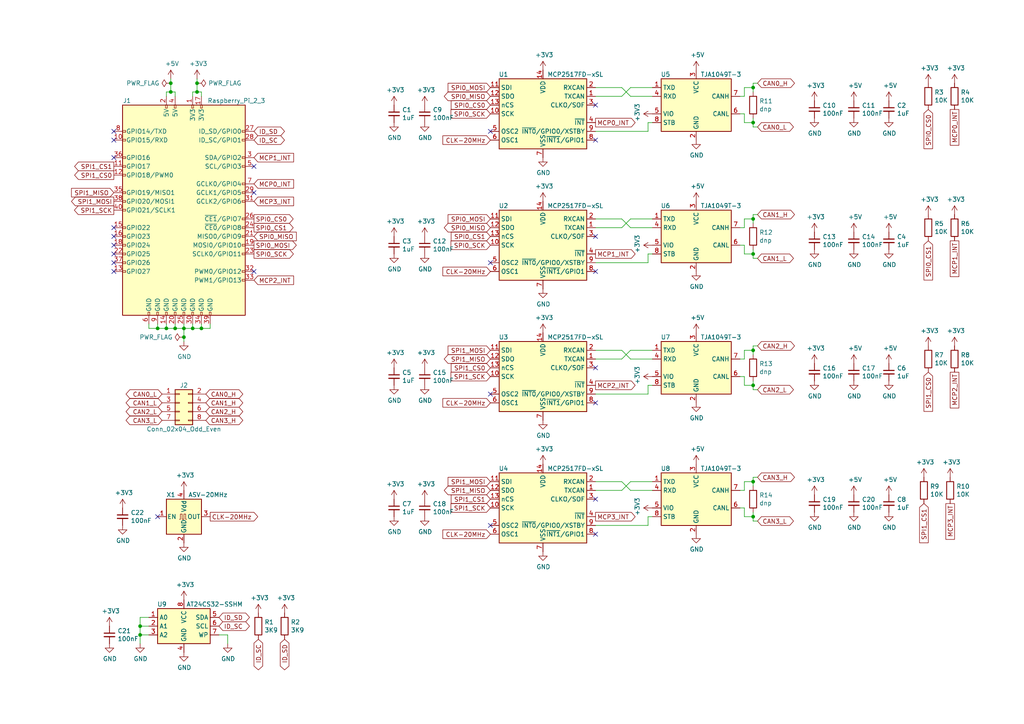
<source format=kicad_sch>
(kicad_sch (version 20231120) (generator "eeschema") (generator_version "8.0")
  (paper "A4")
  (junction (at 53.34 97.79))
  (junction (at 218.44 35.56))
  (junction (at 48.26 95.25))
  (junction (at 40.64 181.61))
  (junction (at 55.88 95.25))
  (junction (at 58.42 95.25))
  (junction (at 218.44 25.4))
  (junction (at 218.44 73.66))
  (junction (at 49.53 26.67))
  (junction (at 49.53 24.13))
  (junction (at 53.34 95.25))
  (junction (at 40.64 184.15))
  (junction (at 57.15 24.13))
  (junction (at 218.44 63.5))
  (junction (at 218.44 111.76))
  (junction (at 50.8 95.25))
  (junction (at 218.44 101.6))
  (junction (at 218.44 139.7))
  (junction (at 57.15 26.67))
  (junction (at 45.72 95.25))
  (junction (at 218.44 149.86))
  (no_connect (at 172.72 116.84))
  (no_connect (at 172.72 30.48))
  (no_connect (at 172.72 68.58))
  (no_connect (at 172.72 106.68))
  (no_connect (at 33.02 38.1))
  (no_connect (at 73.66 78.74))
  (no_connect (at 33.02 45.72))
  (no_connect (at 33.02 78.74))
  (no_connect (at 142.24 152.4))
  (no_connect (at 142.24 76.2))
  (no_connect (at 142.24 114.3))
  (no_connect (at 33.02 40.64))
  (no_connect (at 172.72 78.74))
  (no_connect (at 33.02 76.2))
  (no_connect (at 33.02 66.04))
  (no_connect (at 33.02 68.58))
  (no_connect (at 73.66 48.26))
  (no_connect (at 33.02 71.12))
  (no_connect (at 142.24 38.1))
  (no_connect (at 73.66 55.88))
  (no_connect (at 172.72 154.94))
  (no_connect (at 172.72 40.64))
  (no_connect (at 33.02 73.66))
  (no_connect (at 45.72 149.86))
  (no_connect (at 172.72 144.78))
  (wire (pts (xy 215.9 71.12) (xy 215.9 73.66)))
  (wire (pts (xy 219.71 151.13) (xy 218.44 151.13)))
  (wire (pts (xy 53.34 97.79) (xy 53.34 95.25)))
  (wire (pts (xy 214.63 109.22) (xy 215.9 109.22)))
  (wire (pts (xy 58.42 95.25) (xy 60.96 95.25)))
  (wire (pts (xy 172.72 152.4) (xy 187.96 152.4)))
  (wire (pts (xy 219.71 138.43) (xy 218.44 138.43)))
  (wire (pts (xy 218.44 113.03) (xy 218.44 111.76)))
  (wire (pts (xy 215.9 33.02) (xy 215.9 35.56)))
  (wire (pts (xy 40.64 181.61) (xy 40.64 179.07)))
  (wire (pts (xy 182.88 66.04) (xy 189.23 66.04)))
  (wire (pts (xy 172.72 63.5) (xy 180.34 63.5)))
  (wire (pts (xy 66.04 184.15) (xy 66.04 186.69)))
  (wire (pts (xy 45.72 95.25) (xy 48.26 95.25)))
  (wire (pts (xy 180.34 142.24) (xy 182.88 139.7)))
  (wire (pts (xy 219.71 74.93) (xy 218.44 74.93)))
  (wire (pts (xy 214.63 27.94) (xy 215.9 27.94)))
  (wire (pts (xy 215.9 63.5) (xy 218.44 63.5)))
  (wire (pts (xy 50.8 93.98) (xy 50.8 95.25)))
  (wire (pts (xy 218.44 101.6) (xy 218.44 102.87)))
  (wire (pts (xy 214.63 104.14) (xy 215.9 104.14)))
  (wire (pts (xy 214.63 142.24) (xy 215.9 142.24)))
  (wire (pts (xy 180.34 101.6) (xy 182.88 104.14)))
  (wire (pts (xy 218.44 138.43) (xy 218.44 139.7)))
  (wire (pts (xy 40.64 184.15) (xy 43.18 184.15)))
  (wire (pts (xy 50.8 26.67) (xy 50.8 27.94)))
  (wire (pts (xy 58.42 26.67) (xy 58.42 27.94)))
  (wire (pts (xy 187.96 111.76) (xy 187.96 114.3)))
  (wire (pts (xy 57.15 26.67) (xy 58.42 26.67)))
  (wire (pts (xy 63.5 184.15) (xy 66.04 184.15)))
  (wire (pts (xy 43.18 93.98) (xy 43.18 95.25)))
  (wire (pts (xy 219.71 24.13) (xy 218.44 24.13)))
  (wire (pts (xy 218.44 73.66) (xy 218.44 72.39)))
  (wire (pts (xy 58.42 93.98) (xy 58.42 95.25)))
  (wire (pts (xy 214.63 33.02) (xy 215.9 33.02)))
  (wire (pts (xy 45.72 93.98) (xy 45.72 95.25)))
  (wire (pts (xy 182.88 27.94) (xy 189.23 27.94)))
  (wire (pts (xy 180.34 25.4) (xy 182.88 27.94)))
  (wire (pts (xy 172.72 142.24) (xy 180.34 142.24)))
  (wire (pts (xy 172.72 27.94) (xy 180.34 27.94)))
  (wire (pts (xy 187.96 73.66) (xy 187.96 76.2)))
  (wire (pts (xy 215.9 35.56) (xy 218.44 35.56)))
  (wire (pts (xy 215.9 139.7) (xy 218.44 139.7)))
  (wire (pts (xy 219.71 100.33) (xy 218.44 100.33)))
  (wire (pts (xy 182.88 142.24) (xy 189.23 142.24)))
  (wire (pts (xy 172.72 114.3) (xy 187.96 114.3)))
  (wire (pts (xy 43.18 95.25) (xy 45.72 95.25)))
  (wire (pts (xy 48.26 26.67) (xy 49.53 26.67)))
  (wire (pts (xy 182.88 101.6) (xy 189.23 101.6)))
  (wire (pts (xy 187.96 35.56) (xy 187.96 38.1)))
  (wire (pts (xy 182.88 104.14) (xy 189.23 104.14)))
  (wire (pts (xy 215.9 25.4) (xy 218.44 25.4)))
  (wire (pts (xy 40.64 184.15) (xy 40.64 181.61)))
  (wire (pts (xy 40.64 186.69) (xy 40.64 184.15)))
  (wire (pts (xy 172.72 101.6) (xy 180.34 101.6)))
  (wire (pts (xy 182.88 139.7) (xy 189.23 139.7)))
  (wire (pts (xy 55.88 26.67) (xy 57.15 26.67)))
  (wire (pts (xy 218.44 111.76) (xy 218.44 110.49)))
  (wire (pts (xy 187.96 149.86) (xy 189.23 149.86)))
  (wire (pts (xy 218.44 25.4) (xy 218.44 26.67)))
  (wire (pts (xy 172.72 25.4) (xy 180.34 25.4)))
  (wire (pts (xy 218.44 24.13) (xy 218.44 25.4)))
  (wire (pts (xy 215.9 109.22) (xy 215.9 111.76)))
  (wire (pts (xy 172.72 104.14) (xy 180.34 104.14)))
  (wire (pts (xy 182.88 63.5) (xy 189.23 63.5)))
  (wire (pts (xy 215.9 147.32) (xy 215.9 149.86)))
  (wire (pts (xy 180.34 104.14) (xy 182.88 101.6)))
  (wire (pts (xy 215.9 104.14) (xy 215.9 101.6)))
  (wire (pts (xy 57.15 24.13) (xy 57.15 22.86)))
  (wire (pts (xy 180.34 27.94) (xy 182.88 25.4)))
  (wire (pts (xy 218.44 62.23) (xy 218.44 63.5)))
  (wire (pts (xy 180.34 63.5) (xy 182.88 66.04)))
  (wire (pts (xy 218.44 35.56) (xy 218.44 34.29)))
  (wire (pts (xy 215.9 142.24) (xy 215.9 139.7)))
  (wire (pts (xy 172.72 76.2) (xy 187.96 76.2)))
  (wire (pts (xy 40.64 179.07) (xy 43.18 179.07)))
  (wire (pts (xy 60.96 95.25) (xy 60.96 93.98)))
  (wire (pts (xy 218.44 149.86) (xy 218.44 148.59)))
  (wire (pts (xy 180.34 139.7) (xy 182.88 142.24)))
  (wire (pts (xy 215.9 27.94) (xy 215.9 25.4)))
  (wire (pts (xy 49.53 24.13) (xy 49.53 22.86)))
  (wire (pts (xy 218.44 74.93) (xy 218.44 73.66)))
  (wire (pts (xy 215.9 149.86) (xy 218.44 149.86)))
  (wire (pts (xy 187.96 111.76) (xy 189.23 111.76)))
  (wire (pts (xy 214.63 66.04) (xy 215.9 66.04)))
  (wire (pts (xy 49.53 26.67) (xy 50.8 26.67)))
  (wire (pts (xy 53.34 95.25) (xy 53.34 93.98)))
  (wire (pts (xy 187.96 149.86) (xy 187.96 152.4)))
  (wire (pts (xy 53.34 95.25) (xy 55.88 95.25)))
  (wire (pts (xy 214.63 147.32) (xy 215.9 147.32)))
  (wire (pts (xy 215.9 73.66) (xy 218.44 73.66)))
  (wire (pts (xy 215.9 101.6) (xy 218.44 101.6)))
  (wire (pts (xy 57.15 26.67) (xy 57.15 24.13)))
  (wire (pts (xy 172.72 66.04) (xy 180.34 66.04)))
  (wire (pts (xy 218.44 151.13) (xy 218.44 149.86)))
  (wire (pts (xy 187.96 35.56) (xy 189.23 35.56)))
  (wire (pts (xy 49.53 26.67) (xy 49.53 24.13)))
  (wire (pts (xy 219.71 113.03) (xy 218.44 113.03)))
  (wire (pts (xy 53.34 99.06) (xy 53.34 97.79)))
  (wire (pts (xy 50.8 95.25) (xy 53.34 95.25)))
  (wire (pts (xy 55.88 95.25) (xy 58.42 95.25)))
  (wire (pts (xy 214.63 71.12) (xy 215.9 71.12)))
  (wire (pts (xy 218.44 36.83) (xy 218.44 35.56)))
  (wire (pts (xy 215.9 111.76) (xy 218.44 111.76)))
  (wire (pts (xy 218.44 139.7) (xy 218.44 140.97)))
  (wire (pts (xy 55.88 93.98) (xy 55.88 95.25)))
  (wire (pts (xy 180.34 66.04) (xy 182.88 63.5)))
  (wire (pts (xy 218.44 100.33) (xy 218.44 101.6)))
  (wire (pts (xy 48.26 27.94) (xy 48.26 26.67)))
  (wire (pts (xy 172.72 38.1) (xy 187.96 38.1)))
  (wire (pts (xy 40.64 181.61) (xy 43.18 181.61)))
  (wire (pts (xy 215.9 66.04) (xy 215.9 63.5)))
  (wire (pts (xy 55.88 27.94) (xy 55.88 26.67)))
  (wire (pts (xy 219.71 62.23) (xy 218.44 62.23)))
  (wire (pts (xy 187.96 73.66) (xy 189.23 73.66)))
  (wire (pts (xy 172.72 139.7) (xy 180.34 139.7)))
  (wire (pts (xy 219.71 36.83) (xy 218.44 36.83)))
  (wire (pts (xy 48.26 95.25) (xy 50.8 95.25)))
  (wire (pts (xy 48.26 93.98) (xy 48.26 95.25)))
  (wire (pts (xy 182.88 25.4) (xy 189.23 25.4)))
  (wire (pts (xy 218.44 63.5) (xy 218.44 64.77)))
  (global_label "ID_SC" (shape bidirectional) (at 73.66 40.64 0) (property "Intersheetrefs" "${INTERSHEET_REFS}" (effects (hide yes))))
  (global_label "CAN1_H" (shape bidirectional) (at 219.71 62.23 0) (property "Intersheetrefs" "${INTERSHEET_REFS}" (effects (hide yes))))
  (global_label "SPI1_SCK" (shape input) (at 142.24 109.22 180) (property "Intersheetrefs" "${INTERSHEET_REFS}" (effects (hide yes))))
  (global_label "CLK-20MHz" (shape input) (at 142.24 116.84 180) (property "Intersheetrefs" "${INTERSHEET_REFS}" (effects (hide yes))))
  (global_label "MCP1_INT" (shape input) (at 73.66 45.72 0) (property "Intersheetrefs" "${INTERSHEET_REFS}" (effects (hide yes))))
  (global_label "SPI0_CS0" (shape input) (at 142.24 30.48 180) (property "Intersheetrefs" "${INTERSHEET_REFS}" (effects (hide yes))))
  (global_label "SPI1_CS1" (shape input) (at 267.97 146.05 270) (property "Intersheetrefs" "${INTERSHEET_REFS}" (effects (hide yes))))
  (global_label "ID_SC" (shape bidirectional) (at 63.5 181.61 0) (property "Intersheetrefs" "${INTERSHEET_REFS}" (effects (hide yes))))
  (global_label "MCP1_INT" (shape passive) (at 276.86 69.85 270) (property "Intersheetrefs" "${INTERSHEET_REFS}" (effects (hide yes))))
  (global_label "MCP2_INT" (shape input) (at 73.66 81.28 0) (property "Intersheetrefs" "${INTERSHEET_REFS}" (effects (hide yes))))
  (global_label "CAN2_H" (shape bidirectional) (at 59.69 119.38 0) (property "Intersheetrefs" "${INTERSHEET_REFS}" (effects (hide yes))))
  (global_label "SPI1_CS0" (shape output) (at 33.02 50.8 180) (property "Intersheetrefs" "${INTERSHEET_REFS}" (effects (hide yes))))
  (global_label "SPI0_CS0" (shape output) (at 73.66 63.5 0) (property "Intersheetrefs" "${INTERSHEET_REFS}" (effects (hide yes))))
  (global_label "CAN0_L" (shape bidirectional) (at 46.99 114.3 180) (property "Intersheetrefs" "${INTERSHEET_REFS}" (effects (hide yes))))
  (global_label "SPI1_CS1" (shape input) (at 142.24 144.78 180) (property "Intersheetrefs" "${INTERSHEET_REFS}" (effects (hide yes))))
  (global_label "SPI1_MOSI" (shape input) (at 142.24 139.7 180) (property "Intersheetrefs" "${INTERSHEET_REFS}" (effects (hide yes))))
  (global_label "MCP3_INT" (shape input) (at 73.66 58.42 0) (property "Intersheetrefs" "${INTERSHEET_REFS}" (effects (hide yes))))
  (global_label "SPI0_CS1" (shape input) (at 142.24 68.58 180) (property "Intersheetrefs" "${INTERSHEET_REFS}" (effects (hide yes))))
  (global_label "MCP2_INT" (shape output) (at 172.72 111.76 0) (property "Intersheetrefs" "${INTERSHEET_REFS}" (effects (hide yes))))
  (global_label "SPI1_SCK" (shape output) (at 33.02 60.96 180) (property "Intersheetrefs" "${INTERSHEET_REFS}" (effects (hide yes))))
  (global_label "ID_SD" (shape bidirectional) (at 82.55 185.42 270) (property "Intersheetrefs" "${INTERSHEET_REFS}" (effects (hide yes))))
  (global_label "SPI1_CS0" (shape input) (at 269.24 107.95 270) (property "Intersheetrefs" "${INTERSHEET_REFS}" (effects (hide yes))))
  (global_label "MCP1_INT" (shape output) (at 172.72 73.66 0) (property "Intersheetrefs" "${INTERSHEET_REFS}" (effects (hide yes))))
  (global_label "CAN2_L" (shape bidirectional) (at 219.71 113.03 0) (property "Intersheetrefs" "${INTERSHEET_REFS}" (effects (hide yes))))
  (global_label "CAN3_L" (shape bidirectional) (at 219.71 151.13 0) (property "Intersheetrefs" "${INTERSHEET_REFS}" (effects (hide yes))))
  (global_label "SPI0_SCK" (shape output) (at 73.66 73.66 0) (property "Intersheetrefs" "${INTERSHEET_REFS}" (effects (hide yes))))
  (global_label "SPI0_MISO" (shape bidirectional) (at 142.24 27.94 180) (property "Intersheetrefs" "${INTERSHEET_REFS}" (effects (hide yes))))
  (global_label "MCP0_INT" (shape input) (at 73.66 53.34 0) (property "Intersheetrefs" "${INTERSHEET_REFS}" (effects (hide yes))))
  (global_label "ID_SD" (shape bidirectional) (at 73.66 38.1 0) (property "Intersheetrefs" "${INTERSHEET_REFS}" (effects (hide yes))))
  (global_label "MCP2_INT" (shape passive) (at 276.86 107.95 270) (property "Intersheetrefs" "${INTERSHEET_REFS}" (effects (hide yes))))
  (global_label "CAN2_H" (shape bidirectional) (at 219.71 100.33 0) (property "Intersheetrefs" "${INTERSHEET_REFS}" (effects (hide yes))))
  (global_label "ID_SD" (shape bidirectional) (at 63.5 179.07 0) (property "Intersheetrefs" "${INTERSHEET_REFS}" (effects (hide yes))))
  (global_label "SPI1_CS0" (shape input) (at 142.24 106.68 180) (property "Intersheetrefs" "${INTERSHEET_REFS}" (effects (hide yes))))
  (global_label "CAN3_H" (shape bidirectional) (at 219.71 138.43 0) (property "Intersheetrefs" "${INTERSHEET_REFS}" (effects (hide yes))))
  (global_label "SPI0_MISO" (shape input) (at 73.66 68.58 0) (property "Intersheetrefs" "${INTERSHEET_REFS}" (effects (hide yes))))
  (global_label "SPI1_CS1" (shape output) (at 33.02 48.26 180) (property "Intersheetrefs" "${INTERSHEET_REFS}" (effects (hide yes))))
  (global_label "CAN2_L" (shape bidirectional) (at 46.99 119.38 180) (property "Intersheetrefs" "${INTERSHEET_REFS}" (effects (hide yes))))
  (global_label "SPI0_MOSI" (shape output) (at 73.66 71.12 0) (property "Intersheetrefs" "${INTERSHEET_REFS}" (effects (hide yes))))
  (global_label "ID_SC" (shape bidirectional) (at 74.93 185.42 270) (property "Intersheetrefs" "${INTERSHEET_REFS}" (effects (hide yes))))
  (global_label "CAN1_L" (shape bidirectional) (at 46.99 116.84 180) (property "Intersheetrefs" "${INTERSHEET_REFS}" (effects (hide yes))))
  (global_label "SPI1_MISO" (shape bidirectional) (at 142.24 104.14 180) (property "Intersheetrefs" "${INTERSHEET_REFS}" (effects (hide yes))))
  (global_label "CLK-20MHz" (shape input) (at 142.24 78.74 180) (property "Intersheetrefs" "${INTERSHEET_REFS}" (effects (hide yes))))
  (global_label "MCP3_INT" (shape output) (at 172.72 149.86 0) (property "Intersheetrefs" "${INTERSHEET_REFS}" (effects (hide yes))))
  (global_label "SPI1_MOSI" (shape input) (at 142.24 101.6 180) (property "Intersheetrefs" "${INTERSHEET_REFS}" (effects (hide yes))))
  (global_label "CAN0_H" (shape bidirectional) (at 59.69 114.3 0) (property "Intersheetrefs" "${INTERSHEET_REFS}" (effects (hide yes))))
  (global_label "CLK-20MHz" (shape input) (at 142.24 40.64 180) (property "Intersheetrefs" "${INTERSHEET_REFS}" (effects (hide yes))))
  (global_label "SPI1_MISO" (shape bidirectional) (at 142.24 142.24 180) (property "Intersheetrefs" "${INTERSHEET_REFS}" (effects (hide yes))))
  (global_label "CLK-20MHz" (shape output) (at 60.96 149.86 0) (property "Intersheetrefs" "${INTERSHEET_REFS}" (effects (hide yes))))
  (global_label "SPI1_MOSI" (shape output) (at 33.02 58.42 180) (property "Intersheetrefs" "${INTERSHEET_REFS}" (effects (hide yes))))
  (global_label "MCP0_INT" (shape passive) (at 276.86 31.75 270) (property "Intersheetrefs" "${INTERSHEET_REFS}" (effects (hide yes))))
  (global_label "CAN0_H" (shape bidirectional) (at 219.71 24.13 0) (property "Intersheetrefs" "${INTERSHEET_REFS}" (effects (hide yes))))
  (global_label "CAN0_L" (shape bidirectional) (at 219.71 36.83 0) (property "Intersheetrefs" "${INTERSHEET_REFS}" (effects (hide yes))))
  (global_label "MCP0_INT" (shape output) (at 172.72 35.56 0) (property "Intersheetrefs" "${INTERSHEET_REFS}" (effects (hide yes))))
  (global_label "CAN1_H" (shape bidirectional) (at 59.69 116.84 0) (property "Intersheetrefs" "${INTERSHEET_REFS}" (effects (hide yes))))
  (global_label "CAN3_H" (shape bidirectional) (at 59.69 121.92 0) (property "Intersheetrefs" "${INTERSHEET_REFS}" (effects (hide yes))))
  (global_label "SPI0_SCK" (shape input) (at 142.24 33.02 180) (property "Intersheetrefs" "${INTERSHEET_REFS}" (effects (hide yes))))
  (global_label "SPI0_MOSI" (shape input) (at 142.24 25.4 180) (property "Intersheetrefs" "${INTERSHEET_REFS}" (effects (hide yes))))
  (global_label "SPI0_MISO" (shape bidirectional) (at 142.24 66.04 180) (property "Intersheetrefs" "${INTERSHEET_REFS}" (effects (hide yes))))
  (global_label "SPI0_CS1" (shape input) (at 269.24 69.85 270) (property "Intersheetrefs" "${INTERSHEET_REFS}" (effects (hide yes))))
  (global_label "SPI1_MISO" (shape input) (at 33.02 55.88 180) (property "Intersheetrefs" "${INTERSHEET_REFS}" (effects (hide yes))))
  (global_label "MCP3_INT" (shape passive) (at 275.59 146.05 270) (property "Intersheetrefs" "${INTERSHEET_REFS}" (effects (hide yes))))
  (global_label "SPI0_CS1" (shape output) (at 73.66 66.04 0) (property "Intersheetrefs" "${INTERSHEET_REFS}" (effects (hide yes))))
  (global_label "CLK-20MHz" (shape input) (at 142.24 154.94 180) (property "Intersheetrefs" "${INTERSHEET_REFS}" (effects (hide yes))))
  (global_label "CAN3_L" (shape bidirectional) (at 46.99 121.92 180) (property "Intersheetrefs" "${INTERSHEET_REFS}" (effects (hide yes))))
  (global_label "CAN1_L" (shape bidirectional) (at 219.71 74.93 0) (property "Intersheetrefs" "${INTERSHEET_REFS}" (effects (hide yes))))
  (global_label "SPI0_MOSI" (shape input) (at 142.24 63.5 180) (property "Intersheetrefs" "${INTERSHEET_REFS}" (effects (hide yes))))
  (global_label "SPI0_CS0" (shape input) (at 269.24 31.75 270) (property "Intersheetrefs" "${INTERSHEET_REFS}" (effects (hide yes))))
  (global_label "SPI1_SCK" (shape input) (at 142.24 147.32 180) (property "Intersheetrefs" "${INTERSHEET_REFS}" (effects (hide yes))))
  (global_label "SPI0_SCK" (shape input) (at 142.24 71.12 180) (property "Intersheetrefs" "${INTERSHEET_REFS}" (effects (hide yes))))
  (symbol (lib_id "Interface_CAN_LIN:TJA1049T-3") (at 201.93 30.48 0) (unit 1)
    (property "Reference" "U5" (at 193.04 21.59 0))
    (property "Value" "TJA1049T-3" (at 203.2 21.59 0) (effects (justify left)))
    (property "Footprint" "Package_SO:SOIC-8_3.9x4.9mm_P1.27mm" (effects (hide yes)))
    (property "Datasheet" "http://www.nxp.com/documents/data_sheet/TJA1049.pdf" (effects (hide yes)))
  )
  (symbol (lib_id "Device:C_Small") (at 236.22 31.75 0) (unit 1)
    (property "Reference" "C10" (at 238.5568 30.5816 0) (effects (justify left)))
    (property "Value" "100nF" (at 238.5568 32.893 0) (effects (justify left)))
    (property "Footprint" "Capacitor_SMD:C_0603_1608Metric" (effects (hide yes)))
  )
  (symbol (lib_id "QuadCAN-FD-rescue:+3V3-power") (at 236.22 29.21 0) (unit 1)
    (property "Reference" "#PWR0120" (effects (hide yes)))
    (property "Value" "+3V3" (at 236.601 24.8158 0))
  )
  (symbol (lib_id "QuadCAN-FD-rescue:GND-power") (at 236.22 34.29 0) (unit 1)
    (property "Reference" "#PWR0121" (effects (hide yes)))
    (property "Value" "GND" (at 236.347 38.6842 0))
  )
  (symbol (lib_id "QuadCAN-FD-rescue:+3V3-power") (at 189.23 33.02 90) (unit 1)
    (property "Reference" "#PWR0122" (effects (hide yes)))
    (property "Value" "+3V3" (at 184.8358 32.639 0))
  )
  (symbol (lib_id "QuadCAN-FD-rescue:GND-power") (at 201.93 40.64 0) (unit 1)
    (property "Reference" "#PWR0123" (effects (hide yes)))
    (property "Value" "GND" (at 202.057 45.0342 0))
  )
  (symbol (lib_id "QuadCAN-FD-rescue:+5V-power") (at 201.93 20.32 0) (unit 1)
    (property "Reference" "#PWR0125" (effects (hide yes)))
    (property "Value" "+5V" (at 202.311 15.9258 0))
  )
  (symbol (lib_id "Device:C_Small") (at 247.65 31.75 0) (unit 1)
    (property "Reference" "C11" (at 249.9868 30.5816 0) (effects (justify left)))
    (property "Value" "100nF" (at 249.9868 32.893 0) (effects (justify left)))
    (property "Footprint" "Capacitor_SMD:C_0603_1608Metric" (effects (hide yes)))
  )
  (symbol (lib_id "QuadCAN-FD-rescue:GND-power") (at 247.65 34.29 0) (unit 1)
    (property "Reference" "#PWR0126" (effects (hide yes)))
    (property "Value" "GND" (at 247.777 38.6842 0))
  )
  (symbol (lib_id "QuadCAN-FD-rescue:+5V-power") (at 247.65 29.21 0) (unit 1)
    (property "Reference" "#PWR0127" (effects (hide yes)))
    (property "Value" "+5V" (at 248.031 24.8158 0))
  )
  (symbol (lib_id "Device:C_Small") (at 257.81 31.75 0) (unit 1)
    (property "Reference" "C2" (at 260.1468 30.5816 0) (effects (justify left)))
    (property "Value" "1uF" (at 260.1468 32.893 0) (effects (justify left)))
    (property "Footprint" "Capacitor_SMD:C_0603_1608Metric" (effects (hide yes)))
  )
  (symbol (lib_id "QuadCAN-FD-rescue:GND-power") (at 257.81 34.29 0) (unit 1)
    (property "Reference" "#PWR0128" (effects (hide yes)))
    (property "Value" "GND" (at 257.937 38.6842 0))
  )
  (symbol (lib_id "QuadCAN-FD-rescue:+5V-power") (at 257.81 29.21 0) (unit 1)
    (property "Reference" "#PWR0129" (effects (hide yes)))
    (property "Value" "+5V" (at 258.191 24.8158 0))
  )
  (symbol (lib_id "QuadCAN-FD-rescue:Raspberry_Pi_2_3-Connector") (at 53.34 60.96 0) (unit 1)
    (property "Reference" "J1" (at 36.83 29.21 0))
    (property "Value" "Raspberry_Pi_2_3" (at 68.58 29.21 0))
    (property "Footprint" "Connector_PinHeader_2.54mm:PinHeader_2x20_P2.54mm_Vertical" (effects (hide yes)))
    (property "Datasheet" "https://www.raspberrypi.org/documentation/hardware/raspberrypi/schematics/rpi_SCH_3bplus_1p0_reduced.pdf" (effects (hide yes)))
  )
  (symbol (lib_id "QuadCAN-FD-rescue:+5V-power") (at 49.53 22.86 0) (unit 1)
    (property "Reference" "#PWR0101" (effects (hide yes)))
    (property "Value" "+5V" (at 49.911 18.4658 0))
  )
  (symbol (lib_id "QuadCAN-FD-rescue:+3V3-power") (at 57.15 22.86 0) (unit 1)
    (property "Reference" "#PWR0102" (effects (hide yes)))
    (property "Value" "+3V3" (at 57.531 18.4658 0))
  )
  (symbol (lib_id "QuadCAN-FD-rescue:PWR_FLAG-power") (at 49.53 24.13 90) (unit 1)
    (property "Reference" "#FLG0101" (effects (hide yes)))
    (property "Value" "PWR_FLAG" (at 46.2788 24.13 90) (effects (justify left)))
  )
  (symbol (lib_id "QuadCAN-FD-rescue:PWR_FLAG-power") (at 57.15 24.13 270) (unit 1)
    (property "Reference" "#FLG0102" (effects (hide yes)))
    (property "Value" "PWR_FLAG" (at 60.4012 24.13 90) (effects (justify left)))
  )
  (symbol (lib_id "QuadCAN-FD-rescue:GND-power") (at 53.34 99.06 0) (unit 1)
    (property "Reference" "#PWR0103" (effects (hide yes)))
    (property "Value" "GND" (at 53.467 103.4542 0))
  )
  (symbol (lib_id "QuadCAN-FD-rescue:PWR_FLAG-power") (at 53.34 97.79 90) (unit 1)
    (property "Reference" "#FLG0103" (effects (hide yes)))
    (property "Value" "PWR_FLAG" (at 50.0888 97.79 90) (effects (justify left)))
  )
  (symbol (lib_id "QuadCAN-FD-rescue:MCP2517FD-xSL-Interface_CAN_LIN") (at 157.48 33.02 0) (unit 1)
    (property "Reference" "U1" (at 146.05 21.59 0))
    (property "Value" "MCP2517FD-xSL" (at 158.75 21.59 0) (effects (justify left)))
    (property "Footprint" "Package_SO:SOIC-14_3.9x8.7mm_P1.27mm" (effects (hide yes)))
    (property "Datasheet" "https://ww1.microchip.com/downloads/en/DeviceDoc/20005688A.pdf" (effects (hide yes)))
  )
  (symbol (lib_id "QuadCAN-FD-rescue:+3V3-power") (at 157.48 20.32 0) (unit 1)
    (property "Reference" "#PWR0104" (effects (hide yes)))
    (property "Value" "+3V3" (at 157.861 15.9258 0))
  )
  (symbol (lib_id "QuadCAN-FD-rescue:GND-power") (at 157.48 45.72 0) (unit 1)
    (property "Reference" "#PWR0105" (effects (hide yes)))
    (property "Value" "GND" (at 157.607 50.1142 0))
  )
  (symbol (lib_id "Oscillator:ASV-xxxMHz") (at 53.34 149.86 0) (unit 1)
    (property "Reference" "X1" (at 48.26 143.51 0) (effects (justify left)))
    (property "Value" "ASV-20MHz" (at 54.61 143.51 0) (effects (justify left)))
    (property "Footprint" "Oscillator:Oscillator_SMD_Abracon_ASV-4Pin_7.0x5.1mm" (effects (hide yes)))
    (property "Datasheet" "http://www.abracon.com/Oscillators/ASV.pdf" (effects (hide yes)))
  )
  (symbol (lib_id "QuadCAN-FD-rescue:+3V3-power") (at 53.34 142.24 0) (unit 1)
    (property "Reference" "#PWR0106" (effects (hide yes)))
    (property "Value" "+3V3" (at 53.721 137.8458 0))
  )
  (symbol (lib_id "QuadCAN-FD-rescue:GND-power") (at 53.34 157.48 0) (unit 1)
    (property "Reference" "#PWR0107" (effects (hide yes)))
    (property "Value" "GND" (at 53.467 161.8742 0))
  )
  (symbol (lib_id "Device:C_Small") (at 31.75 184.15 0) (unit 1)
    (property "Reference" "C21" (at 34.0868 182.9816 0) (effects (justify left)))
    (property "Value" "100nF" (at 34.0868 185.293 0) (effects (justify left)))
    (property "Footprint" "Capacitor_SMD:C_0603_1608Metric" (effects (hide yes)))
  )
  (symbol (lib_id "QuadCAN-FD-rescue:+3V3-power") (at 31.75 181.61 0) (unit 1)
    (property "Reference" "#PWR0108" (effects (hide yes)))
    (property "Value" "+3V3" (at 32.131 177.2158 0))
  )
  (symbol (lib_id "QuadCAN-FD-rescue:GND-power") (at 31.75 186.69 0) (unit 1)
    (property "Reference" "#PWR0109" (effects (hide yes)))
    (property "Value" "GND" (at 31.877 191.0842 0))
  )
  (symbol (lib_id "QuadCAN-FD-rescue:MCP2517FD-xSL-Interface_CAN_LIN") (at 157.48 71.12 0) (unit 1)
    (property "Reference" "U2" (at 146.05 59.69 0))
    (property "Value" "MCP2517FD-xSL" (at 158.75 59.69 0) (effects (justify left)))
    (property "Footprint" "Package_SO:SOIC-14_3.9x8.7mm_P1.27mm" (effects (hide yes)))
    (property "Datasheet" "https://ww1.microchip.com/downloads/en/DeviceDoc/20005688A.pdf" (effects (hide yes)))
  )
  (symbol (lib_id "QuadCAN-FD-rescue:+3V3-power") (at 157.48 58.42 0) (unit 1)
    (property "Reference" "#PWR0130" (effects (hide yes)))
    (property "Value" "+3V3" (at 157.861 54.0258 0))
  )
  (symbol (lib_id "QuadCAN-FD-rescue:GND-power") (at 157.48 83.82 0) (unit 1)
    (property "Reference" "#PWR0131" (effects (hide yes)))
    (property "Value" "GND" (at 157.607 88.2142 0))
  )
  (symbol (lib_id "Device:C_Small") (at 123.19 71.12 0) (unit 1)
    (property "Reference" "C12" (at 125.5268 69.9516 0) (effects (justify left)))
    (property "Value" "100nF" (at 125.5268 72.263 0) (effects (justify left)))
    (property "Footprint" "Capacitor_SMD:C_0603_1608Metric" (effects (hide yes)))
  )
  (symbol (lib_id "QuadCAN-FD-rescue:+3V3-power") (at 123.19 68.58 0) (unit 1)
    (property "Reference" "#PWR0132" (effects (hide yes)))
    (property "Value" "+3V3" (at 123.571 64.1858 0))
  )
  (symbol (lib_id "QuadCAN-FD-rescue:GND-power") (at 123.19 73.66 0) (unit 1)
    (property "Reference" "#PWR0133" (effects (hide yes)))
    (property "Value" "GND" (at 123.317 78.0542 0))
  )
  (symbol (lib_id "Interface_CAN_LIN:TJA1049T-3") (at 201.93 68.58 0) (unit 1)
    (property "Reference" "U6" (at 193.04 59.69 0))
    (property "Value" "TJA1049T-3" (at 203.2 59.69 0) (effects (justify left)))
    (property "Footprint" "Package_SO:SOIC-8_3.9x4.9mm_P1.27mm" (effects (hide yes)))
    (property "Datasheet" "http://www.nxp.com/documents/data_sheet/TJA1049.pdf" (effects (hide yes)))
  )
  (symbol (lib_id "Device:C_Small") (at 236.22 69.85 0) (unit 1)
    (property "Reference" "C13" (at 238.5568 68.6816 0) (effects (justify left)))
    (property "Value" "100nF" (at 238.5568 70.993 0) (effects (justify left)))
    (property "Footprint" "Capacitor_SMD:C_0603_1608Metric" (effects (hide yes)))
  )
  (symbol (lib_id "QuadCAN-FD-rescue:+3V3-power") (at 236.22 67.31 0) (unit 1)
    (property "Reference" "#PWR0134" (effects (hide yes)))
    (property "Value" "+3V3" (at 236.601 62.9158 0))
  )
  (symbol (lib_id "QuadCAN-FD-rescue:GND-power") (at 236.22 72.39 0) (unit 1)
    (property "Reference" "#PWR0135" (effects (hide yes)))
    (property "Value" "GND" (at 236.347 76.7842 0))
  )
  (symbol (lib_id "QuadCAN-FD-rescue:+3V3-power") (at 189.23 71.12 90) (unit 1)
    (property "Reference" "#PWR0136" (effects (hide yes)))
    (property "Value" "+3V3" (at 184.8358 70.739 0))
  )
  (symbol (lib_id "QuadCAN-FD-rescue:GND-power") (at 201.93 78.74 0) (unit 1)
    (property "Reference" "#PWR0137" (effects (hide yes)))
    (property "Value" "GND" (at 202.057 83.1342 0))
  )
  (symbol (lib_id "QuadCAN-FD-rescue:+5V-power") (at 201.93 58.42 0) (unit 1)
    (property "Reference" "#PWR0139" (effects (hide yes)))
    (property "Value" "+5V" (at 202.311 54.0258 0))
  )
  (symbol (lib_id "Device:C_Small") (at 247.65 69.85 0) (unit 1)
    (property "Reference" "C14" (at 249.9868 68.6816 0) (effects (justify left)))
    (property "Value" "100nF" (at 249.9868 70.993 0) (effects (justify left)))
    (property "Footprint" "Capacitor_SMD:C_0603_1608Metric" (effects (hide yes)))
  )
  (symbol (lib_id "QuadCAN-FD-rescue:GND-power") (at 247.65 72.39 0) (unit 1)
    (property "Reference" "#PWR0140" (effects (hide yes)))
    (property "Value" "GND" (at 247.777 76.7842 0))
  )
  (symbol (lib_id "QuadCAN-FD-rescue:+5V-power") (at 247.65 67.31 0) (unit 1)
    (property "Reference" "#PWR0141" (effects (hide yes)))
    (property "Value" "+5V" (at 248.031 62.9158 0))
  )
  (symbol (lib_id "Device:C_Small") (at 257.81 69.85 0) (unit 1)
    (property "Reference" "C4" (at 260.1468 68.6816 0) (effects (justify left)))
    (property "Value" "1uF" (at 260.1468 70.993 0) (effects (justify left)))
    (property "Footprint" "Capacitor_SMD:C_0603_1608Metric" (effects (hide yes)))
  )
  (symbol (lib_id "QuadCAN-FD-rescue:GND-power") (at 257.81 72.39 0) (unit 1)
    (property "Reference" "#PWR0142" (effects (hide yes)))
    (property "Value" "GND" (at 257.937 76.7842 0))
  )
  (symbol (lib_id "QuadCAN-FD-rescue:+5V-power") (at 257.81 67.31 0) (unit 1)
    (property "Reference" "#PWR0143" (effects (hide yes)))
    (property "Value" "+5V" (at 258.191 62.9158 0))
  )
  (symbol (lib_id "Device:C_Small") (at 114.3 33.02 0) (unit 1)
    (property "Reference" "C1" (at 116.6368 31.8516 0) (effects (justify left)))
    (property "Value" "1uF" (at 116.6368 34.163 0) (effects (justify left)))
    (property "Footprint" "Capacitor_SMD:C_0603_1608Metric" (effects (hide yes)))
  )
  (symbol (lib_id "QuadCAN-FD-rescue:+3V3-power") (at 114.3 30.48 0) (unit 1)
    (property "Reference" "#PWR0110" (effects (hide yes)))
    (property "Value" "+3V3" (at 114.681 26.0858 0))
  )
  (symbol (lib_id "QuadCAN-FD-rescue:GND-power") (at 114.3 35.56 0) (unit 1)
    (property "Reference" "#PWR0111" (effects (hide yes)))
    (property "Value" "GND" (at 114.427 39.9542 0))
  )
  (symbol (lib_id "Device:C_Small") (at 114.3 71.12 0) (unit 1)
    (property "Reference" "C3" (at 116.6368 69.9516 0) (effects (justify left)))
    (property "Value" "1uF" (at 116.6368 72.263 0) (effects (justify left)))
    (property "Footprint" "Capacitor_SMD:C_0603_1608Metric" (effects (hide yes)))
  )
  (symbol (lib_id "QuadCAN-FD-rescue:+3V3-power") (at 114.3 68.58 0) (unit 1)
    (property "Reference" "#PWR0112" (effects (hide yes)))
    (property "Value" "+3V3" (at 114.681 64.1858 0))
  )
  (symbol (lib_id "QuadCAN-FD-rescue:GND-power") (at 114.3 73.66 0) (unit 1)
    (property "Reference" "#PWR0113" (effects (hide yes)))
    (property "Value" "GND" (at 114.427 78.0542 0))
  )
  (symbol (lib_id "Device:C_Small") (at 114.3 109.22 0) (unit 1)
    (property "Reference" "C5" (at 116.6368 108.0516 0) (effects (justify left)))
    (property "Value" "1uF" (at 116.6368 110.363 0) (effects (justify left)))
    (property "Footprint" "Capacitor_SMD:C_0603_1608Metric" (effects (hide yes)))
  )
  (symbol (lib_id "QuadCAN-FD-rescue:+3V3-power") (at 114.3 106.68 0) (unit 1)
    (property "Reference" "#PWR0114" (effects (hide yes)))
    (property "Value" "+3V3" (at 114.681 102.2858 0))
  )
  (symbol (lib_id "QuadCAN-FD-rescue:GND-power") (at 114.3 111.76 0) (unit 1)
    (property "Reference" "#PWR0115" (effects (hide yes)))
    (property "Value" "GND" (at 114.427 116.1542 0))
  )
  (symbol (lib_id "Device:C_Small") (at 114.3 147.32 0) (unit 1)
    (property "Reference" "C7" (at 116.6368 146.1516 0) (effects (justify left)))
    (property "Value" "1uF" (at 116.6368 148.463 0) (effects (justify left)))
    (property "Footprint" "Capacitor_SMD:C_0603_1608Metric" (effects (hide yes)))
  )
  (symbol (lib_id "QuadCAN-FD-rescue:+3V3-power") (at 114.3 144.78 0) (unit 1)
    (property "Reference" "#PWR0116" (effects (hide yes)))
    (property "Value" "+3V3" (at 114.681 140.3858 0))
  )
  (symbol (lib_id "QuadCAN-FD-rescue:+3V3-power") (at 157.48 96.52 0) (unit 1)
    (property "Reference" "#PWR0144" (effects (hide yes)))
    (property "Value" "+3V3" (at 157.861 92.1258 0))
  )
  (symbol (lib_id "QuadCAN-FD-rescue:GND-power") (at 157.48 121.92 0) (unit 1)
    (property "Reference" "#PWR0145" (effects (hide yes)))
    (property "Value" "GND" (at 157.607 126.3142 0))
  )
  (symbol (lib_id "Device:C_Small") (at 123.19 109.22 0) (unit 1)
    (property "Reference" "C15" (at 125.5268 108.0516 0) (effects (justify left)))
    (property "Value" "100nF" (at 125.5268 110.363 0) (effects (justify left)))
    (property "Footprint" "Capacitor_SMD:C_0603_1608Metric" (effects (hide yes)))
  )
  (symbol (lib_id "QuadCAN-FD-rescue:+3V3-power") (at 123.19 106.68 0) (unit 1)
    (property "Reference" "#PWR0146" (effects (hide yes)))
    (property "Value" "+3V3" (at 123.571 102.2858 0))
  )
  (symbol (lib_id "QuadCAN-FD-rescue:GND-power") (at 123.19 111.76 0) (unit 1)
    (property "Reference" "#PWR0147" (effects (hide yes)))
    (property "Value" "GND" (at 123.317 116.1542 0))
  )
  (symbol (lib_id "Interface_CAN_LIN:TJA1049T-3") (at 201.93 106.68 0) (unit 1)
    (property "Reference" "U7" (at 193.04 97.79 0))
    (property "Value" "TJA1049T-3" (at 203.2 97.79 0) (effects (justify left)))
    (property "Footprint" "Package_SO:SOIC-8_3.9x4.9mm_P1.27mm" (effects (hide yes)))
    (property "Datasheet" "http://www.nxp.com/documents/data_sheet/TJA1049.pdf" (effects (hide yes)))
  )
  (symbol (lib_id "Device:C_Small") (at 236.22 107.95 0) (unit 1)
    (property "Reference" "C16" (at 238.5568 106.7816 0) (effects (justify left)))
    (property "Value" "100nF" (at 238.5568 109.093 0) (effects (justify left)))
    (property "Footprint" "Capacitor_SMD:C_0603_1608Metric" (effects (hide yes)))
  )
  (symbol (lib_id "QuadCAN-FD-rescue:+3V3-power") (at 236.22 105.41 0) (unit 1)
    (property "Reference" "#PWR0148" (effects (hide yes)))
    (property "Value" "+3V3" (at 236.601 101.0158 0))
  )
  (symbol (lib_id "QuadCAN-FD-rescue:GND-power") (at 236.22 110.49 0) (unit 1)
    (property "Reference" "#PWR0149" (effects (hide yes)))
    (property "Value" "GND" (at 236.347 114.8842 0))
  )
  (symbol (lib_id "QuadCAN-FD-rescue:+3V3-power") (at 189.23 109.22 90) (unit 1)
    (property "Reference" "#PWR0150" (effects (hide yes)))
    (property "Value" "+3V3" (at 184.8358 108.839 0))
  )
  (symbol (lib_id "QuadCAN-FD-rescue:GND-power") (at 201.93 116.84 0) (unit 1)
    (property "Reference" "#PWR0151" (effects (hide yes)))
    (property "Value" "GND" (at 202.057 121.2342 0))
  )
  (symbol (lib_id "QuadCAN-FD-rescue:+5V-power") (at 201.93 96.52 0) (unit 1)
    (property "Reference" "#PWR0153" (effects (hide yes)))
    (property "Value" "+5V" (at 202.311 92.1258 0))
  )
  (symbol (lib_id "Device:C_Small") (at 247.65 107.95 0) (unit 1)
    (property "Reference" "C17" (at 249.9868 106.7816 0) (effects (justify left)))
    (property "Value" "100nF" (at 249.9868 109.093 0) (effects (justify left)))
    (property "Footprint" "Capacitor_SMD:C_0603_1608Metric" (effects (hide yes)))
  )
  (symbol (lib_id "QuadCAN-FD-rescue:GND-power") (at 247.65 110.49 0) (unit 1)
    (property "Reference" "#PWR0154" (effects (hide yes)))
    (property "Value" "GND" (at 247.777 114.8842 0))
  )
  (symbol (lib_id "QuadCAN-FD-rescue:+5V-power") (at 247.65 105.41 0) (unit 1)
    (property "Reference" "#PWR0155" (effects (hide yes)))
    (property "Value" "+5V" (at 248.031 101.0158 0))
  )
  (symbol (lib_id "Device:C_Small") (at 257.81 107.95 0) (unit 1)
    (property "Reference" "C6" (at 260.1468 106.7816 0) (effects (justify left)))
    (property "Value" "1uF" (at 260.1468 109.093 0) (effects (justify left)))
    (property "Footprint" "Capacitor_SMD:C_0603_1608Metric" (effects (hide yes)))
  )
  (symbol (lib_id "QuadCAN-FD-rescue:GND-power") (at 257.81 110.49 0) (unit 1)
    (property "Reference" "#PWR0156" (effects (hide yes)))
    (property "Value" "GND" (at 257.937 114.8842 0))
  )
  (symbol (lib_id "QuadCAN-FD-rescue:+5V-power") (at 257.81 105.41 0) (unit 1)
    (property "Reference" "#PWR0157" (effects (hide yes)))
    (property "Value" "+5V" (at 258.191 101.0158 0))
  )
  (symbol (lib_id "Device:C_Small") (at 123.19 33.02 0) (unit 1)
    (property "Reference" "C9" (at 125.5268 31.8516 0) (effects (justify left)))
    (property "Value" "100nF" (at 125.5268 34.163 0) (effects (justify left)))
    (property "Footprint" "Capacitor_SMD:C_0603_1608Metric" (effects (hide yes)))
  )
  (symbol (lib_id "QuadCAN-FD-rescue:+3V3-power") (at 123.19 30.48 0) (unit 1)
    (property "Reference" "#PWR0118" (effects (hide yes)))
    (property "Value" "+3V3" (at 123.571 26.0858 0))
  )
  (symbol (lib_id "QuadCAN-FD-rescue:GND-power") (at 123.19 35.56 0) (unit 1)
    (property "Reference" "#PWR0119" (effects (hide yes)))
    (property "Value" "GND" (at 123.317 39.9542 0))
  )
  (symbol (lib_id "QuadCAN-FD-rescue:MCP2517FD-xSL-Interface_CAN_LIN") (at 157.48 147.32 0) (unit 1)
    (property "Reference" "U4" (at 146.05 135.89 0))
    (property "Value" "MCP2517FD-xSL" (at 158.75 135.89 0) (effects (justify left)))
    (property "Footprint" "Package_SO:SOIC-14_3.9x8.7mm_P1.27mm" (effects (hide yes)))
    (property "Datasheet" "https://ww1.microchip.com/downloads/en/DeviceDoc/20005688A.pdf" (effects (hide yes)))
  )
  (symbol (lib_id "QuadCAN-FD-rescue:+3V3-power") (at 157.48 134.62 0) (unit 1)
    (property "Reference" "#PWR0158" (effects (hide yes)))
    (property "Value" "+3V3" (at 157.861 130.2258 0))
  )
  (symbol (lib_id "QuadCAN-FD-rescue:GND-power") (at 157.48 160.02 0) (unit 1)
    (property "Reference" "#PWR0159" (effects (hide yes)))
    (property "Value" "GND" (at 157.607 164.4142 0))
  )
  (symbol (lib_id "Device:C_Small") (at 123.19 147.32 0) (unit 1)
    (property "Reference" "C18" (at 125.5268 146.1516 0) (effects (justify left)))
    (property "Value" "100nF" (at 125.5268 148.463 0) (effects (justify left)))
    (property "Footprint" "Capacitor_SMD:C_0603_1608Metric" (effects (hide yes)))
  )
  (symbol (lib_id "QuadCAN-FD-rescue:+3V3-power") (at 123.19 144.78 0) (unit 1)
    (property "Reference" "#PWR0160" (effects (hide yes)))
    (property "Value" "+3V3" (at 123.571 140.3858 0))
  )
  (symbol (lib_id "QuadCAN-FD-rescue:GND-power") (at 123.19 149.86 0) (unit 1)
    (property "Reference" "#PWR0161" (effects (hide yes)))
    (property "Value" "GND" (at 123.317 154.2542 0))
  )
  (symbol (lib_id "Interface_CAN_LIN:TJA1049T-3") (at 201.93 144.78 0) (unit 1)
    (property "Reference" "U8" (at 193.04 135.89 0))
    (property "Value" "TJA1049T-3" (at 203.2 135.89 0) (effects (justify left)))
    (property "Footprint" "Package_SO:SOIC-8_3.9x4.9mm_P1.27mm" (effects (hide yes)))
    (property "Datasheet" "http://www.nxp.com/documents/data_sheet/TJA1049.pdf" (effects (hide yes)))
  )
  (symbol (lib_id "Device:C_Small") (at 236.22 146.05 0) (unit 1)
    (property "Reference" "C19" (at 238.5568 144.8816 0) (effects (justify left)))
    (property "Value" "100nF" (at 238.5568 147.193 0) (effects (justify left)))
    (property "Footprint" "Capacitor_SMD:C_0603_1608Metric" (effects (hide yes)))
  )
  (symbol (lib_id "QuadCAN-FD-rescue:+3V3-power") (at 236.22 143.51 0) (unit 1)
    (property "Reference" "#PWR0162" (effects (hide yes)))
    (property "Value" "+3V3" (at 236.601 139.1158 0))
  )
  (symbol (lib_id "QuadCAN-FD-rescue:GND-power") (at 236.22 148.59 0) (unit 1)
    (property "Reference" "#PWR0163" (effects (hide yes)))
    (property "Value" "GND" (at 236.347 152.9842 0))
  )
  (symbol (lib_id "QuadCAN-FD-rescue:+3V3-power") (at 189.23 147.32 90) (unit 1)
    (property "Reference" "#PWR0164" (effects (hide yes)))
    (property "Value" "+3V3" (at 184.8358 146.939 0))
  )
  (symbol (lib_id "QuadCAN-FD-rescue:GND-power") (at 201.93 154.94 0) (unit 1)
    (property "Reference" "#PWR0165" (effects (hide yes)))
    (property "Value" "GND" (at 202.057 159.3342 0))
  )
  (symbol (lib_id "QuadCAN-FD-rescue:+5V-power") (at 201.93 134.62 0) (unit 1)
    (property "Reference" "#PWR0167" (effects (hide yes)))
    (property "Value" "+5V" (at 202.311 130.2258 0))
  )
  (symbol (lib_id "Device:C_Small") (at 247.65 146.05 0) (unit 1)
    (property "Reference" "C20" (at 249.9868 144.8816 0) (effects (justify left)))
    (property "Value" "100nF" (at 249.9868 147.193 0) (effects (justify left)))
    (property "Footprint" "Capacitor_SMD:C_0603_1608Metric" (effects (hide yes)))
  )
  (symbol (lib_id "QuadCAN-FD-rescue:GND-power") (at 247.65 148.59 0) (unit 1)
    (property "Reference" "#PWR0168" (effects (hide yes)))
    (property "Value" "GND" (at 247.777 152.9842 0))
  )
  (symbol (lib_id "QuadCAN-FD-rescue:+5V-power") (at 247.65 143.51 0) (unit 1)
    (property "Reference" "#PWR0169" (effects (hide yes)))
    (property "Value" "+5V" (at 248.031 139.1158 0))
  )
  (symbol (lib_id "Device:C_Small") (at 257.81 146.05 0) (unit 1)
    (property "Reference" "C8" (at 260.1468 144.8816 0) (effects (justify left)))
    (property "Value" "1uF" (at 260.1468 147.193 0) (effects (justify left)))
    (property "Footprint" "Capacitor_SMD:C_0603_1608Metric" (effects (hide yes)))
  )
  (symbol (lib_id "QuadCAN-FD-rescue:GND-power") (at 257.81 148.59 0) (unit 1)
    (property "Reference" "#PWR0170" (effects (hide yes)))
    (property "Value" "GND" (at 257.937 152.9842 0))
  )
  (symbol (lib_id "QuadCAN-FD-rescue:+5V-power") (at 257.81 143.51 0) (unit 1)
    (property "Reference" "#PWR0171" (effects (hide yes)))
    (property "Value" "+5V" (at 258.191 139.1158 0))
  )
  (symbol (lib_id "QuadCAN-FD-rescue:MCP2517FD-xSL-Interface_CAN_LIN") (at 157.48 109.22 0) (unit 1)
    (property "Reference" "U3" (at 146.05 97.79 0))
    (property "Value" "MCP2517FD-xSL" (at 158.75 97.79 0) (effects (justify left)))
    (property "Footprint" "Package_SO:SOIC-14_3.9x8.7mm_P1.27mm" (effects (hide yes)))
    (property "Datasheet" "https://ww1.microchip.com/downloads/en/DeviceDoc/20005688A.pdf" (effects (hide yes)))
  )
  (symbol (lib_id "QuadCAN-FD-rescue:GND-power") (at 114.3 149.86 0) (unit 1)
    (property "Reference" "#PWR0117" (effects (hide yes)))
    (property "Value" "GND" (at 114.427 154.2542 0))
  )
  (symbol (lib_id "Connector_Generic:Conn_02x04_Odd_Even") (at 52.07 116.84 0) (unit 1)
    (property "Reference" "J2" (at 53.34 111.76 0))
    (property "Value" "Conn_02x04_Odd_Even" (at 53.34 124.46 0))
    (property "Footprint" "Connector_PinHeader_2.54mm:PinHeader_2x04_P2.54mm_Vertical" (effects (hide yes)))
  )
  (symbol (lib_id "Device:R") (at 276.86 27.94 0) (unit 1)
    (property "Reference" "R4" (at 278.638 26.7716 0) (effects (justify left)))
    (property "Value" "10K" (at 278.638 29.083 0) (effects (justify left)))
    (property "Footprint" "Resistor_SMD:R_0603_1608Metric" (effects (hide yes)))
  )
  (symbol (lib_id "QuadCAN-FD-rescue:+3V3-power") (at 276.86 24.13 0) (unit 1)
    (property "Reference" "#PWR04" (effects (hide yes)))
    (property "Value" "+3V3" (at 277.241 19.7358 0))
  )
  (symbol (lib_id "Device:R") (at 269.24 66.04 0) (unit 1)
    (property "Reference" "R5" (at 271.018 64.8716 0) (effects (justify left)))
    (property "Value" "10K" (at 271.018 67.183 0) (effects (justify left)))
    (property "Footprint" "Resistor_SMD:R_0603_1608Metric" (effects (hide yes)))
  )
  (symbol (lib_id "QuadCAN-FD-rescue:+3V3-power") (at 269.24 62.23 0) (unit 1)
    (property "Reference" "#PWR02" (effects (hide yes)))
    (property "Value" "+3V3" (at 269.621 57.8358 0))
  )
  (symbol (lib_id "Device:R") (at 269.24 104.14 0) (unit 1)
    (property "Reference" "R7" (at 271.018 102.9716 0) (effects (justify left)))
    (property "Value" "10K" (at 271.018 105.283 0) (effects (justify left)))
    (property "Footprint" "Resistor_SMD:R_0603_1608Metric" (effects (hide yes)))
  )
  (symbol (lib_id "QuadCAN-FD-rescue:+3V3-power") (at 269.24 100.33 0) (unit 1)
    (property "Reference" "#PWR03" (effects (hide yes)))
    (property "Value" "+3V3" (at 269.621 95.9358 0))
  )
  (symbol (lib_id "Device:R") (at 267.97 142.24 0) (unit 1)
    (property "Reference" "R9" (at 269.748 141.0716 0) (effects (justify left)))
    (property "Value" "10K" (at 269.748 143.383 0) (effects (justify left)))
    (property "Footprint" "Resistor_SMD:R_0603_1608Metric" (effects (hide yes)))
  )
  (symbol (lib_id "QuadCAN-FD-rescue:+3V3-power") (at 267.97 138.43 0) (unit 1)
    (property "Reference" "#PWR01" (effects (hide yes)))
    (property "Value" "+3V3" (at 268.351 134.0358 0))
  )
  (symbol (lib_id "Device:R") (at 269.24 27.94 0) (unit 1)
    (property "Reference" "R3" (at 271.018 26.7716 0) (effects (justify left)))
    (property "Value" "10K" (at 271.018 29.083 0) (effects (justify left)))
    (property "Footprint" "Resistor_SMD:R_0603_1608Metric" (effects (hide yes)))
  )
  (symbol (lib_id "QuadCAN-FD-rescue:+3V3-power") (at 269.24 24.13 0) (unit 1)
    (property "Reference" "#PWR0124" (effects (hide yes)))
    (property "Value" "+3V3" (at 269.621 19.7358 0))
  )
  (symbol (lib_id "Device:R") (at 276.86 66.04 0) (unit 1)
    (property "Reference" "R6" (at 278.638 64.8716 0) (effects (justify left)))
    (property "Value" "10K" (at 278.638 67.183 0) (effects (justify left)))
    (property "Footprint" "Resistor_SMD:R_0603_1608Metric" (effects (hide yes)))
  )
  (symbol (lib_id "QuadCAN-FD-rescue:+3V3-power") (at 276.86 62.23 0) (unit 1)
    (property "Reference" "#PWR0138" (effects (hide yes)))
    (property "Value" "+3V3" (at 277.241 57.8358 0))
  )
  (symbol (lib_id "Device:R") (at 276.86 104.14 0) (unit 1)
    (property "Reference" "R8" (at 278.638 102.9716 0) (effects (justify left)))
    (property "Value" "10K" (at 278.638 105.283 0) (effects (justify left)))
    (property "Footprint" "Resistor_SMD:R_0603_1608Metric" (effects (hide yes)))
  )
  (symbol (lib_id "QuadCAN-FD-rescue:+3V3-power") (at 276.86 100.33 0) (unit 1)
    (property "Reference" "#PWR0152" (effects (hide yes)))
    (property "Value" "+3V3" (at 277.241 95.9358 0))
  )
  (symbol (lib_id "Device:R") (at 275.59 142.24 0) (unit 1)
    (property "Reference" "R10" (at 277.368 141.0716 0) (effects (justify left)))
    (property "Value" "10K" (at 277.368 143.383 0) (effects (justify left)))
    (property "Footprint" "Resistor_SMD:R_0603_1608Metric" (effects (hide yes)))
  )
  (symbol (lib_id "QuadCAN-FD-rescue:+3V3-power") (at 275.59 138.43 0) (unit 1)
    (property "Reference" "#PWR0166" (effects (hide yes)))
    (property "Value" "+3V3" (at 275.971 134.0358 0))
  )
  (symbol (lib_id "Memory_EEPROM:AT24CS32-SSHM") (at 53.34 181.61 0) (unit 1)
    (property "Reference" "U9" (at 46.99 175.26 0))
    (property "Value" "AT24CS32-SSHM" (at 62.23 175.26 0))
    (property "Footprint" "Package_SO:SOIC-8_3.9x4.9mm_P1.27mm" (effects (hide yes)))
    (property "Datasheet" "http://ww1.microchip.com/downloads/en/DeviceDoc/Atmel-8869-SEEPROM-AT24CS32-Datasheet.pdf" (effects (hide yes)))
  )
  (symbol (lib_id "Device:C_Small") (at 35.56 149.86 0) (unit 1)
    (property "Reference" "C22" (at 37.8968 148.6916 0) (effects (justify left)))
    (property "Value" "100nF" (at 37.8968 151.003 0) (effects (justify left)))
    (property "Footprint" "Capacitor_SMD:C_0603_1608Metric" (effects (hide yes)))
  )
  (symbol (lib_id "QuadCAN-FD-rescue:+3V3-power") (at 35.56 147.32 0) (unit 1)
    (property "Reference" "#PWR0172" (effects (hide yes)))
    (property "Value" "+3V3" (at 35.941 142.9258 0))
  )
  (symbol (lib_id "QuadCAN-FD-rescue:GND-power") (at 35.56 152.4 0) (unit 1)
    (property "Reference" "#PWR0173" (effects (hide yes)))
    (property "Value" "GND" (at 35.687 156.7942 0))
  )
  (symbol (lib_id "QuadCAN-FD-rescue:+3V3-power") (at 53.34 173.99 0) (unit 1)
    (property "Reference" "#PWR0174" (effects (hide yes)))
    (property "Value" "+3V3" (at 53.721 169.5958 0))
  )
  (symbol (lib_id "QuadCAN-FD-rescue:GND-power") (at 53.34 189.23 0) (unit 1)
    (property "Reference" "#PWR0175" (effects (hide yes)))
    (property "Value" "GND" (at 53.467 193.6242 0))
  )
  (symbol (lib_id "QuadCAN-FD-rescue:GND-power") (at 66.04 186.69 0) (unit 1)
    (property "Reference" "#PWR0176" (effects (hide yes)))
    (property "Value" "GND" (at 66.167 191.0842 0))
  )
  (symbol (lib_id "QuadCAN-FD-rescue:GND-power") (at 40.64 186.69 0) (unit 1)
    (property "Reference" "#PWR0177" (effects (hide yes)))
    (property "Value" "GND" (at 40.767 191.0842 0))
  )
  (symbol (lib_id "Device:R") (at 82.55 181.61 0) (unit 1)
    (property "Reference" "R2" (at 84.328 180.4416 0) (effects (justify left)))
    (property "Value" "3K9" (at 84.328 182.753 0) (effects (justify left)))
    (property "Footprint" "Resistor_SMD:R_0603_1608Metric" (effects (hide yes)))
  )
  (symbol (lib_id "QuadCAN-FD-rescue:+3V3-power") (at 74.93 177.8 0) (unit 1)
    (property "Reference" "#PWR0178" (effects (hide yes)))
    (property "Value" "+3V3" (at 75.311 173.4058 0))
  )
  (symbol (lib_id "Device:R") (at 74.93 181.61 0) (unit 1)
    (property "Reference" "R1" (at 76.708 180.4416 0) (effects (justify left)))
    (property "Value" "3K9" (at 76.708 182.753 0) (effects (justify left)))
    (property "Footprint" "Resistor_SMD:R_0603_1608Metric" (effects (hide yes)))
  )
  (symbol (lib_id "QuadCAN-FD-rescue:+3V3-power") (at 82.55 177.8 0) (unit 1)
    (property "Reference" "#PWR0179" (effects (hide yes)))
    (property "Value" "+3V3" (at 82.931 173.4058 0))
  )
  (symbol (lib_id "Device:R") (at 218.44 30.48 0) (unit 1)
    (property "Reference" "R11" (at 220.218 29.3116 0) (effects (justify left)))
    (property "Value" "dnp" (at 220.218 31.623 0) (effects (justify left)))
    (property "Footprint" "Capacitor_SMD:C_0805_2012Metric" (effects (hide yes)))
  )
  (symbol (lib_id "Device:R") (at 218.44 68.58 0) (unit 1)
    (property "Reference" "R12" (at 220.218 67.4116 0) (effects (justify left)))
    (property "Value" "dnp" (at 220.218 69.723 0) (effects (justify left)))
    (property "Footprint" "Capacitor_SMD:C_0805_2012Metric" (effects (hide yes)))
  )
  (symbol (lib_id "Device:R") (at 218.44 106.68 0) (unit 1)
    (property "Reference" "R13" (at 220.218 105.5116 0) (effects (justify left)))
    (property "Value" "dnp" (at 220.218 107.823 0) (effects (justify left)))
    (property "Footprint" "Capacitor_SMD:C_0805_2012Metric" (effects (hide yes)))
  )
  (symbol (lib_id "Device:R") (at 218.44 144.78 0) (unit 1)
    (property "Reference" "R14" (at 220.218 143.6116 0) (effects (justify left)))
    (property "Value" "dnp" (at 220.218 145.923 0) (effects (justify left)))
    (property "Footprint" "Capacitor_SMD:C_0805_2012Metric" (effects (hide yes)))
  )
)
</source>
